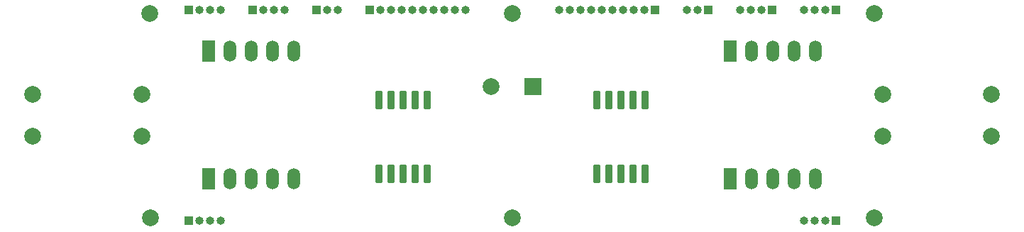
<source format=gbr>
%TF.GenerationSoftware,KiCad,Pcbnew,8.0.0*%
%TF.CreationDate,2024-11-21T20:10:56+00:00*%
%TF.ProjectId,display-board,64697370-6c61-4792-9d62-6f6172642e6b,rev?*%
%TF.SameCoordinates,Original*%
%TF.FileFunction,Soldermask,Top*%
%TF.FilePolarity,Negative*%
%FSLAX46Y46*%
G04 Gerber Fmt 4.6, Leading zero omitted, Abs format (unit mm)*
G04 Created by KiCad (PCBNEW 8.0.0) date 2024-11-21 20:10:56*
%MOMM*%
%LPD*%
G01*
G04 APERTURE LIST*
G04 Aperture macros list*
%AMRoundRect*
0 Rectangle with rounded corners*
0 $1 Rounding radius*
0 $2 $3 $4 $5 $6 $7 $8 $9 X,Y pos of 4 corners*
0 Add a 4 corners polygon primitive as box body*
4,1,4,$2,$3,$4,$5,$6,$7,$8,$9,$2,$3,0*
0 Add four circle primitives for the rounded corners*
1,1,$1+$1,$2,$3*
1,1,$1+$1,$4,$5*
1,1,$1+$1,$6,$7*
1,1,$1+$1,$8,$9*
0 Add four rect primitives between the rounded corners*
20,1,$1+$1,$2,$3,$4,$5,0*
20,1,$1+$1,$4,$5,$6,$7,0*
20,1,$1+$1,$6,$7,$8,$9,0*
20,1,$1+$1,$8,$9,$2,$3,0*%
G04 Aperture macros list end*
%ADD10R,1.000000X1.000000*%
%ADD11O,1.000000X1.000000*%
%ADD12C,2.000000*%
%ADD13RoundRect,0.225000X-0.225000X-0.875000X0.225000X-0.875000X0.225000X0.875000X-0.225000X0.875000X0*%
%ADD14R,1.524000X2.524000*%
%ADD15O,1.524000X2.524000*%
%ADD16R,2.000000X2.000000*%
G04 APERTURE END LIST*
D10*
%TO.C,PWR3*%
X61400000Y-110000000D03*
D11*
X62670000Y-110000000D03*
X63940000Y-110000000D03*
X65210000Y-110000000D03*
%TD*%
D10*
%TO.C,SW_C1*%
X76650000Y-84900000D03*
D11*
X77920000Y-84900000D03*
X79190000Y-84900000D03*
%TD*%
D10*
%TO.C,DD1*%
X83005000Y-84900000D03*
D11*
X84275000Y-84900000D03*
X85545000Y-84900000D03*
X86815000Y-84900000D03*
X88085000Y-84900000D03*
X89355000Y-84900000D03*
X90625000Y-84900000D03*
X91895000Y-84900000D03*
X93165000Y-84900000D03*
X94435000Y-84900000D03*
%TD*%
D10*
%TO.C,PWR4*%
X138600000Y-110000000D03*
D11*
X137330000Y-110000000D03*
X136060000Y-110000000D03*
X134790000Y-110000000D03*
%TD*%
D10*
%TO.C,SW_C2*%
X123350000Y-84900000D03*
D11*
X122080000Y-84900000D03*
X120810000Y-84900000D03*
%TD*%
D12*
%TO.C,J4*%
X143200000Y-109700000D03*
%TD*%
D13*
%TO.C,U3*%
X84120000Y-104400000D03*
X85560000Y-104400000D03*
X87000000Y-104400000D03*
X88440000Y-104400000D03*
X89880000Y-104400000D03*
X89880000Y-95600000D03*
X88440000Y-95600000D03*
X87000000Y-95600000D03*
X85560000Y-95600000D03*
X84120000Y-95600000D03*
%TD*%
D10*
%TO.C,CA1*%
X69025000Y-84900000D03*
D11*
X70295000Y-84900000D03*
X71565000Y-84900000D03*
X72835000Y-84900000D03*
%TD*%
D13*
%TO.C,U5*%
X110120000Y-104400000D03*
X111560000Y-104400000D03*
X113000000Y-104400000D03*
X114440000Y-104400000D03*
X115880000Y-104400000D03*
X115880000Y-95600000D03*
X114440000Y-95600000D03*
X113000000Y-95600000D03*
X111560000Y-95600000D03*
X110120000Y-95600000D03*
%TD*%
D12*
%TO.C,SW2*%
X144200000Y-99900000D03*
X157200000Y-99900000D03*
X144200000Y-94900000D03*
X157200000Y-94900000D03*
%TD*%
D10*
%TO.C,DD2*%
X116995000Y-84900000D03*
D11*
X115725000Y-84900000D03*
X114455000Y-84900000D03*
X113185000Y-84900000D03*
X111915000Y-84900000D03*
X110645000Y-84900000D03*
X109375000Y-84900000D03*
X108105000Y-84900000D03*
X106835000Y-84900000D03*
X105565000Y-84900000D03*
%TD*%
D14*
%TO.C,U2*%
X63820000Y-105000000D03*
D15*
X66360000Y-105000000D03*
X68900000Y-105000000D03*
X71440000Y-105000000D03*
X73980000Y-105000000D03*
X73980000Y-89760000D03*
X71440000Y-89760000D03*
X68900000Y-89760000D03*
X66360000Y-89760000D03*
D14*
X63820000Y-89760000D03*
%TD*%
D12*
%TO.C,SW1*%
X55800000Y-94900000D03*
X42800000Y-94900000D03*
X55800000Y-99900000D03*
X42800000Y-99900000D03*
%TD*%
D16*
%TO.C,BZ1*%
X102500000Y-93999999D03*
D12*
X97500000Y-93999999D03*
%TD*%
D10*
%TO.C,PWR1*%
X61400000Y-84900000D03*
D11*
X62670000Y-84900000D03*
X63940000Y-84900000D03*
X65210000Y-84900000D03*
%TD*%
D10*
%TO.C,CA2*%
X130975000Y-84900000D03*
D11*
X129705000Y-84900000D03*
X128435000Y-84900000D03*
X127165000Y-84900000D03*
%TD*%
D12*
%TO.C,J1*%
X56795000Y-85300000D03*
%TD*%
%TO.C,J5*%
X100000000Y-85300000D03*
%TD*%
%TO.C,J3*%
X143195000Y-85300000D03*
%TD*%
%TO.C,J2*%
X56800000Y-109700000D03*
%TD*%
%TO.C,J6*%
X100000000Y-109700000D03*
%TD*%
D14*
%TO.C,U4*%
X126000000Y-105000000D03*
D15*
X128540000Y-105000000D03*
X131080000Y-105000000D03*
X133620000Y-105000000D03*
X136160000Y-105000000D03*
X136160000Y-89760000D03*
X133620000Y-89760000D03*
X131080000Y-89760000D03*
X128540000Y-89760000D03*
D14*
X126000000Y-89760000D03*
%TD*%
D10*
%TO.C,PWR2*%
X138600000Y-84900000D03*
D11*
X137330000Y-84900000D03*
X136060000Y-84900000D03*
X134790000Y-84900000D03*
%TD*%
M02*

</source>
